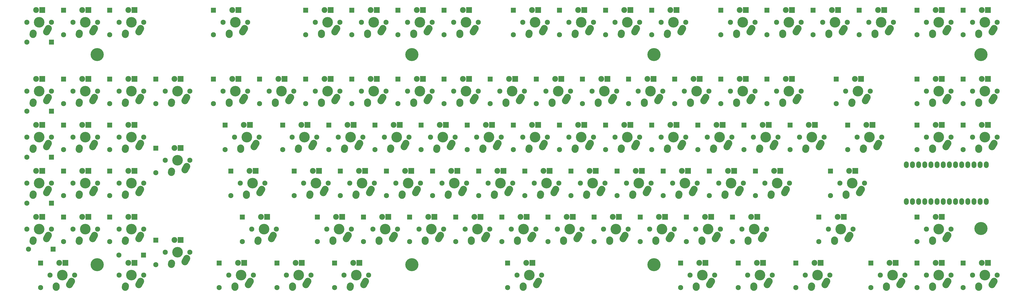
<source format=gts>
G04 #@! TF.FileFunction,Soldermask,Top*
%FSLAX46Y46*%
G04 Gerber Fmt 4.6, Leading zero omitted, Abs format (unit mm)*
G04 Created by KiCad (PCBNEW 4.0.2-stable) date Sunday, June 05, 2016 'AMt' 11:31:22 AM*
%MOMM*%
G01*
G04 APERTURE LIST*
%ADD10C,0.150000*%
%ADD11C,2.099260*%
%ADD12R,2.099260X2.099260*%
%ADD13C,5.400000*%
%ADD14C,4.387810*%
%ADD15C,2.101810*%
%ADD16C,2.900000*%
%ADD17R,2.400000X2.400000*%
%ADD18C,2.400000*%
%ADD19O,2.000000X2.700000*%
G04 APERTURE END LIST*
D10*
D11*
X286277540Y-119460520D03*
D12*
X286277540Y-109300520D03*
D13*
X427000000Y-42000000D03*
X292000000Y-42000000D03*
X292000000Y-129000000D03*
X427000000Y-114000000D03*
X192000000Y-129000000D03*
X192000000Y-42000000D03*
D11*
X419627540Y-138510520D03*
D12*
X419627540Y-128350520D03*
D14*
X428625000Y-133350000D03*
D15*
X433705000Y-133350000D03*
X423545000Y-133350000D03*
D16*
X431624547Y-137349954D02*
X432435453Y-135890046D01*
X426085276Y-138429328D02*
X426124724Y-137850672D01*
D17*
X429895000Y-128270000D03*
D18*
X427355000Y-128270000D03*
D11*
X400577540Y-138510520D03*
D12*
X400577540Y-128350520D03*
D14*
X409575000Y-133350000D03*
D15*
X414655000Y-133350000D03*
X404495000Y-133350000D03*
D16*
X412574547Y-137349954D02*
X413385453Y-135890046D01*
X407035276Y-138429328D02*
X407074724Y-137850672D01*
D17*
X410845000Y-128270000D03*
D18*
X408305000Y-128270000D03*
D11*
X381527540Y-138510520D03*
D12*
X381527540Y-128350520D03*
D14*
X390525000Y-133350000D03*
D15*
X395605000Y-133350000D03*
X385445000Y-133350000D03*
D16*
X393524547Y-137349954D02*
X394335453Y-135890046D01*
X387985276Y-138429328D02*
X388024724Y-137850672D01*
D17*
X391795000Y-128270000D03*
D18*
X389255000Y-128270000D03*
D11*
X350571290Y-138510520D03*
D12*
X350571290Y-128350520D03*
D14*
X359568750Y-133350000D03*
D15*
X364648750Y-133350000D03*
X354488750Y-133350000D03*
D16*
X362568297Y-137349954D02*
X363379203Y-135890046D01*
X357029026Y-138429328D02*
X357068474Y-137850672D01*
D17*
X360838750Y-128270000D03*
D18*
X358298750Y-128270000D03*
D11*
X326758790Y-138510520D03*
D12*
X326758790Y-128350520D03*
D14*
X335756250Y-133350000D03*
D15*
X340836250Y-133350000D03*
X330676250Y-133350000D03*
D16*
X338755797Y-137349954D02*
X339566703Y-135890046D01*
X333216526Y-138429328D02*
X333255974Y-137850672D01*
D17*
X337026250Y-128270000D03*
D18*
X334486250Y-128270000D03*
D11*
X303000000Y-138510520D03*
D12*
X303000000Y-128350520D03*
D14*
X311943750Y-133350000D03*
D15*
X317023750Y-133350000D03*
X306863750Y-133350000D03*
D16*
X314943297Y-137349954D02*
X315754203Y-135890046D01*
X309404026Y-138429328D02*
X309443474Y-137850672D01*
D17*
X313213750Y-128270000D03*
D18*
X310673750Y-128270000D03*
D11*
X231508790Y-138510520D03*
D12*
X231508790Y-128350520D03*
D14*
X240506250Y-133350000D03*
D15*
X245586250Y-133350000D03*
X235426250Y-133350000D03*
D16*
X243505797Y-137349954D02*
X244316703Y-135890046D01*
X237966526Y-138429328D02*
X238005974Y-137850672D01*
D17*
X241776250Y-128270000D03*
D18*
X239236250Y-128270000D03*
D11*
X160071290Y-138510520D03*
D12*
X160071290Y-128350520D03*
D14*
X169068750Y-133350000D03*
D15*
X174148750Y-133350000D03*
X163988750Y-133350000D03*
D16*
X172068297Y-137349954D02*
X172879203Y-135890046D01*
X166529026Y-138429328D02*
X166568474Y-137850672D01*
D17*
X170338750Y-128270000D03*
D18*
X167798750Y-128270000D03*
D11*
X136258790Y-138510520D03*
D12*
X136258790Y-128350520D03*
D14*
X145256250Y-133350000D03*
D15*
X150336250Y-133350000D03*
X140176250Y-133350000D03*
D16*
X148255797Y-137349954D02*
X149066703Y-135890046D01*
X142716526Y-138429328D02*
X142755974Y-137850672D01*
D17*
X146526250Y-128270000D03*
D18*
X143986250Y-128270000D03*
D11*
X112446290Y-138510520D03*
D12*
X112446290Y-128350520D03*
D14*
X121443750Y-133350000D03*
D15*
X126523750Y-133350000D03*
X116363750Y-133350000D03*
D16*
X124443297Y-137349954D02*
X125254203Y-135890046D01*
X118904026Y-138429328D02*
X118943474Y-137850672D01*
D17*
X122713750Y-128270000D03*
D18*
X120173750Y-128270000D03*
D11*
X71000000Y-125000000D03*
D12*
X81160000Y-125000000D03*
D14*
X76200000Y-133350000D03*
D15*
X81280000Y-133350000D03*
X71120000Y-133350000D03*
D16*
X79199547Y-137349954D02*
X80010453Y-135890046D01*
X73660276Y-138429328D02*
X73699724Y-137850672D01*
D17*
X77470000Y-128270000D03*
D18*
X74930000Y-128270000D03*
D11*
X38627540Y-138510520D03*
D12*
X38627540Y-128350520D03*
D14*
X47625000Y-133350000D03*
D15*
X52705000Y-133350000D03*
X42545000Y-133350000D03*
D16*
X50624547Y-137349954D02*
X51435453Y-135890046D01*
X45085276Y-138429328D02*
X45124724Y-137850672D01*
D17*
X48895000Y-128270000D03*
D18*
X46355000Y-128270000D03*
D11*
X400577540Y-119460520D03*
D12*
X400577540Y-109300520D03*
D14*
X409575000Y-114300000D03*
D15*
X414655000Y-114300000D03*
X404495000Y-114300000D03*
D16*
X412574547Y-118299954D02*
X413385453Y-116840046D01*
X407035276Y-119379328D02*
X407074724Y-118800672D01*
D17*
X410845000Y-109220000D03*
D18*
X408305000Y-109220000D03*
D11*
X360096290Y-119460520D03*
D12*
X360096290Y-109300520D03*
D14*
X369093750Y-114300000D03*
D15*
X374173750Y-114300000D03*
X364013750Y-114300000D03*
D16*
X372093297Y-118299954D02*
X372904203Y-116840046D01*
X366554026Y-119379328D02*
X366593474Y-118800672D01*
D17*
X370363750Y-109220000D03*
D18*
X367823750Y-109220000D03*
D11*
X324377540Y-119460520D03*
D12*
X324377540Y-109300520D03*
D14*
X333375000Y-114300000D03*
D15*
X338455000Y-114300000D03*
X328295000Y-114300000D03*
D16*
X336374547Y-118299954D02*
X337185453Y-116840046D01*
X330835276Y-119379328D02*
X330874724Y-118800672D01*
D17*
X334645000Y-109220000D03*
D18*
X332105000Y-109220000D03*
D11*
X305327540Y-119460520D03*
D12*
X305327540Y-109300520D03*
D14*
X314325000Y-114300000D03*
D15*
X319405000Y-114300000D03*
X309245000Y-114300000D03*
D16*
X317324547Y-118299954D02*
X318135453Y-116840046D01*
X311785276Y-119379328D02*
X311824724Y-118800672D01*
D17*
X315595000Y-109220000D03*
D18*
X313055000Y-109220000D03*
D14*
X295275000Y-114300000D03*
D15*
X300355000Y-114300000D03*
X290195000Y-114300000D03*
D16*
X298274547Y-118299954D02*
X299085453Y-116840046D01*
X292735276Y-119379328D02*
X292774724Y-118800672D01*
D17*
X296545000Y-109220000D03*
D18*
X294005000Y-109220000D03*
D11*
X267227540Y-119460520D03*
D12*
X267227540Y-109300520D03*
D14*
X276225000Y-114300000D03*
D15*
X281305000Y-114300000D03*
X271145000Y-114300000D03*
D16*
X279224547Y-118299954D02*
X280035453Y-116840046D01*
X273685276Y-119379328D02*
X273724724Y-118800672D01*
D17*
X277495000Y-109220000D03*
D18*
X274955000Y-109220000D03*
D11*
X248177540Y-119460520D03*
D12*
X248177540Y-109300520D03*
D14*
X257175000Y-114300000D03*
D15*
X262255000Y-114300000D03*
X252095000Y-114300000D03*
D16*
X260174547Y-118299954D02*
X260985453Y-116840046D01*
X254635276Y-119379328D02*
X254674724Y-118800672D01*
D17*
X258445000Y-109220000D03*
D18*
X255905000Y-109220000D03*
D11*
X229127540Y-119460520D03*
D12*
X229127540Y-109300520D03*
D14*
X238125000Y-114300000D03*
D15*
X243205000Y-114300000D03*
X233045000Y-114300000D03*
D16*
X241124547Y-118299954D02*
X241935453Y-116840046D01*
X235585276Y-119379328D02*
X235624724Y-118800672D01*
D17*
X239395000Y-109220000D03*
D18*
X236855000Y-109220000D03*
D11*
X210077540Y-119460520D03*
D12*
X210077540Y-109300520D03*
D14*
X219075000Y-114300000D03*
D15*
X224155000Y-114300000D03*
X213995000Y-114300000D03*
D16*
X222074547Y-118299954D02*
X222885453Y-116840046D01*
X216535276Y-119379328D02*
X216574724Y-118800672D01*
D17*
X220345000Y-109220000D03*
D18*
X217805000Y-109220000D03*
D11*
X191027540Y-119460520D03*
D12*
X191027540Y-109300520D03*
D14*
X200025000Y-114300000D03*
D15*
X205105000Y-114300000D03*
X194945000Y-114300000D03*
D16*
X203024547Y-118299954D02*
X203835453Y-116840046D01*
X197485276Y-119379328D02*
X197524724Y-118800672D01*
D17*
X201295000Y-109220000D03*
D18*
X198755000Y-109220000D03*
D11*
X171977540Y-119460520D03*
D12*
X171977540Y-109300520D03*
D14*
X180975000Y-114300000D03*
D15*
X186055000Y-114300000D03*
X175895000Y-114300000D03*
D16*
X183974547Y-118299954D02*
X184785453Y-116840046D01*
X178435276Y-119379328D02*
X178474724Y-118800672D01*
D17*
X182245000Y-109220000D03*
D18*
X179705000Y-109220000D03*
D11*
X152927540Y-119460520D03*
D12*
X152927540Y-109300520D03*
D14*
X161925000Y-114300000D03*
D15*
X167005000Y-114300000D03*
X156845000Y-114300000D03*
D16*
X164924547Y-118299954D02*
X165735453Y-116840046D01*
X159385276Y-119379328D02*
X159424724Y-118800672D01*
D17*
X163195000Y-109220000D03*
D18*
X160655000Y-109220000D03*
D11*
X121971290Y-119460520D03*
D12*
X121971290Y-109300520D03*
D14*
X130968750Y-114300000D03*
D15*
X136048750Y-114300000D03*
X125888750Y-114300000D03*
D16*
X133968297Y-118299954D02*
X134779203Y-116840046D01*
X128429026Y-119379328D02*
X128468474Y-118800672D01*
D17*
X132238750Y-109220000D03*
D18*
X129698750Y-109220000D03*
D11*
X86252540Y-128985520D03*
D12*
X86252540Y-118825520D03*
D14*
X95250000Y-123825000D03*
D15*
X100330000Y-123825000D03*
X90170000Y-123825000D03*
D16*
X98249547Y-127824954D02*
X99060453Y-126365046D01*
X92710276Y-128904328D02*
X92749724Y-128325672D01*
D17*
X96520000Y-118745000D03*
D18*
X93980000Y-118745000D03*
D11*
X67202540Y-119460520D03*
D12*
X67202540Y-109300520D03*
D14*
X76200000Y-114300000D03*
D15*
X81280000Y-114300000D03*
X71120000Y-114300000D03*
D16*
X79199547Y-118299954D02*
X80010453Y-116840046D01*
X73660276Y-119379328D02*
X73699724Y-118800672D01*
D17*
X77470000Y-109220000D03*
D18*
X74930000Y-109220000D03*
D11*
X48152540Y-119460520D03*
D12*
X48152540Y-109300520D03*
D14*
X57150000Y-114300000D03*
D15*
X62230000Y-114300000D03*
X52070000Y-114300000D03*
D16*
X60149547Y-118299954D02*
X60960453Y-116840046D01*
X54610276Y-119379328D02*
X54649724Y-118800672D01*
D17*
X58420000Y-109220000D03*
D18*
X55880000Y-109220000D03*
D11*
X33655000Y-122555000D03*
D12*
X43815000Y-122555000D03*
D14*
X38100000Y-114300000D03*
D15*
X43180000Y-114300000D03*
X33020000Y-114300000D03*
D16*
X41099547Y-118299954D02*
X41910453Y-116840046D01*
X35560276Y-119379328D02*
X35599724Y-118800672D01*
D17*
X39370000Y-109220000D03*
D18*
X36830000Y-109220000D03*
D11*
X364858790Y-100410520D03*
D12*
X364858790Y-90250520D03*
D14*
X373856250Y-95250000D03*
D15*
X378936250Y-95250000D03*
X368776250Y-95250000D03*
D16*
X376855797Y-99249954D02*
X377666703Y-97790046D01*
X371316526Y-100329328D02*
X371355974Y-99750672D01*
D17*
X375126250Y-90170000D03*
D18*
X372586250Y-90170000D03*
D11*
X333902540Y-100410520D03*
D12*
X333902540Y-90250520D03*
D14*
X342900000Y-95250000D03*
D15*
X347980000Y-95250000D03*
X337820000Y-95250000D03*
D16*
X345899547Y-99249954D02*
X346710453Y-97790046D01*
X340360276Y-100329328D02*
X340399724Y-99750672D01*
D17*
X344170000Y-90170000D03*
D18*
X341630000Y-90170000D03*
D11*
X314852540Y-100410520D03*
D12*
X314852540Y-90250520D03*
D14*
X323850000Y-95250000D03*
D15*
X328930000Y-95250000D03*
X318770000Y-95250000D03*
D16*
X326849547Y-99249954D02*
X327660453Y-97790046D01*
X321310276Y-100329328D02*
X321349724Y-99750672D01*
D17*
X325120000Y-90170000D03*
D18*
X322580000Y-90170000D03*
D11*
X295802540Y-100410520D03*
D12*
X295802540Y-90250520D03*
D14*
X304800000Y-95250000D03*
D15*
X309880000Y-95250000D03*
X299720000Y-95250000D03*
D16*
X307799547Y-99249954D02*
X308610453Y-97790046D01*
X302260276Y-100329328D02*
X302299724Y-99750672D01*
D17*
X306070000Y-90170000D03*
D18*
X303530000Y-90170000D03*
D11*
X276752540Y-100410520D03*
D12*
X276752540Y-90250520D03*
D14*
X285750000Y-95250000D03*
D15*
X290830000Y-95250000D03*
X280670000Y-95250000D03*
D16*
X288749547Y-99249954D02*
X289560453Y-97790046D01*
X283210276Y-100329328D02*
X283249724Y-99750672D01*
D17*
X287020000Y-90170000D03*
D18*
X284480000Y-90170000D03*
D11*
X257702540Y-100410520D03*
D12*
X257702540Y-90250520D03*
D14*
X266700000Y-95250000D03*
D15*
X271780000Y-95250000D03*
X261620000Y-95250000D03*
D16*
X269699547Y-99249954D02*
X270510453Y-97790046D01*
X264160276Y-100329328D02*
X264199724Y-99750672D01*
D17*
X267970000Y-90170000D03*
D18*
X265430000Y-90170000D03*
D11*
X238652540Y-100410520D03*
D12*
X238652540Y-90250520D03*
D14*
X247650000Y-95250000D03*
D15*
X252730000Y-95250000D03*
X242570000Y-95250000D03*
D16*
X250649547Y-99249954D02*
X251460453Y-97790046D01*
X245110276Y-100329328D02*
X245149724Y-99750672D01*
D17*
X248920000Y-90170000D03*
D18*
X246380000Y-90170000D03*
D11*
X219602540Y-100410520D03*
D12*
X219602540Y-90250520D03*
D14*
X228600000Y-95250000D03*
D15*
X233680000Y-95250000D03*
X223520000Y-95250000D03*
D16*
X231599547Y-99249954D02*
X232410453Y-97790046D01*
X226060276Y-100329328D02*
X226099724Y-99750672D01*
D17*
X229870000Y-90170000D03*
D18*
X227330000Y-90170000D03*
D11*
X200552540Y-100410520D03*
D12*
X200552540Y-90250520D03*
D14*
X209550000Y-95250000D03*
D15*
X214630000Y-95250000D03*
X204470000Y-95250000D03*
D16*
X212549547Y-99249954D02*
X213360453Y-97790046D01*
X207010276Y-100329328D02*
X207049724Y-99750672D01*
D17*
X210820000Y-90170000D03*
D18*
X208280000Y-90170000D03*
D11*
X181502540Y-100410520D03*
D12*
X181502540Y-90250520D03*
D14*
X190500000Y-95250000D03*
D15*
X195580000Y-95250000D03*
X185420000Y-95250000D03*
D16*
X193499547Y-99249954D02*
X194310453Y-97790046D01*
X187960276Y-100329328D02*
X187999724Y-99750672D01*
D17*
X191770000Y-90170000D03*
D18*
X189230000Y-90170000D03*
D11*
X162452540Y-100410520D03*
D12*
X162452540Y-90250520D03*
D14*
X171450000Y-95250000D03*
D15*
X176530000Y-95250000D03*
X166370000Y-95250000D03*
D16*
X174449547Y-99249954D02*
X175260453Y-97790046D01*
X168910276Y-100329328D02*
X168949724Y-99750672D01*
D17*
X172720000Y-90170000D03*
D18*
X170180000Y-90170000D03*
D11*
X143402540Y-100410520D03*
D12*
X143402540Y-90250520D03*
D14*
X152400000Y-95250000D03*
D15*
X157480000Y-95250000D03*
X147320000Y-95250000D03*
D16*
X155399547Y-99249954D02*
X156210453Y-97790046D01*
X149860276Y-100329328D02*
X149899724Y-99750672D01*
D17*
X153670000Y-90170000D03*
D18*
X151130000Y-90170000D03*
D11*
X117208790Y-100410520D03*
D12*
X117208790Y-90250520D03*
D14*
X126206250Y-95250000D03*
D15*
X131286250Y-95250000D03*
X121126250Y-95250000D03*
D16*
X129205797Y-99249954D02*
X130016703Y-97790046D01*
X123666526Y-100329328D02*
X123705974Y-99750672D01*
D17*
X127476250Y-90170000D03*
D18*
X124936250Y-90170000D03*
D11*
X67202540Y-100410520D03*
D12*
X67202540Y-90250520D03*
D14*
X76200000Y-95250000D03*
D15*
X81280000Y-95250000D03*
X71120000Y-95250000D03*
D16*
X79199547Y-99249954D02*
X80010453Y-97790046D01*
X73660276Y-100329328D02*
X73699724Y-99750672D01*
D17*
X77470000Y-90170000D03*
D18*
X74930000Y-90170000D03*
D11*
X48152540Y-100410520D03*
D12*
X48152540Y-90250520D03*
D14*
X57150000Y-95250000D03*
D15*
X62230000Y-95250000D03*
X52070000Y-95250000D03*
D16*
X60149547Y-99249954D02*
X60960453Y-97790046D01*
X54610276Y-100329328D02*
X54649724Y-99750672D01*
D17*
X58420000Y-90170000D03*
D18*
X55880000Y-90170000D03*
D11*
X33020000Y-103505000D03*
D12*
X43180000Y-103505000D03*
D14*
X38100000Y-95250000D03*
D15*
X43180000Y-95250000D03*
X33020000Y-95250000D03*
D16*
X41099547Y-99249954D02*
X41910453Y-97790046D01*
X35560276Y-100329328D02*
X35599724Y-99750672D01*
D17*
X39370000Y-90170000D03*
D18*
X36830000Y-90170000D03*
D11*
X419627540Y-81360520D03*
D12*
X419627540Y-71200520D03*
D14*
X428625000Y-76200000D03*
D15*
X433705000Y-76200000D03*
X423545000Y-76200000D03*
D16*
X431624547Y-80199954D02*
X432435453Y-78740046D01*
X426085276Y-81279328D02*
X426124724Y-80700672D01*
D17*
X429895000Y-71120000D03*
D18*
X427355000Y-71120000D03*
D11*
X400577540Y-81360520D03*
D12*
X400577540Y-71200520D03*
D14*
X409575000Y-76200000D03*
D15*
X414655000Y-76200000D03*
X404495000Y-76200000D03*
D16*
X412574547Y-80199954D02*
X413385453Y-78740046D01*
X407035276Y-81279328D02*
X407074724Y-80700672D01*
D17*
X410845000Y-71120000D03*
D18*
X408305000Y-71120000D03*
D11*
X372002540Y-81360520D03*
D12*
X372002540Y-71200520D03*
D14*
X381000000Y-76200000D03*
D15*
X386080000Y-76200000D03*
X375920000Y-76200000D03*
D16*
X383999547Y-80199954D02*
X384810453Y-78740046D01*
X378460276Y-81279328D02*
X378499724Y-80700672D01*
D17*
X382270000Y-71120000D03*
D18*
X379730000Y-71120000D03*
D11*
X348190040Y-81360520D03*
D12*
X348190040Y-71200520D03*
D14*
X357187500Y-76200000D03*
D15*
X362267500Y-76200000D03*
X352107500Y-76200000D03*
D16*
X360187047Y-80199954D02*
X360997953Y-78740046D01*
X354647776Y-81279328D02*
X354687224Y-80700672D01*
D17*
X358457500Y-71120000D03*
D18*
X355917500Y-71120000D03*
D11*
X329140040Y-81360520D03*
D12*
X329140040Y-71200520D03*
D14*
X338137500Y-76200000D03*
D15*
X343217500Y-76200000D03*
X333057500Y-76200000D03*
D16*
X341137047Y-80199954D02*
X341947953Y-78740046D01*
X335597776Y-81279328D02*
X335637224Y-80700672D01*
D17*
X339407500Y-71120000D03*
D18*
X336867500Y-71120000D03*
D11*
X310090040Y-81360520D03*
D12*
X310090040Y-71200520D03*
D14*
X319087500Y-76200000D03*
D15*
X324167500Y-76200000D03*
X314007500Y-76200000D03*
D16*
X322087047Y-80199954D02*
X322897953Y-78740046D01*
X316547776Y-81279328D02*
X316587224Y-80700672D01*
D17*
X320357500Y-71120000D03*
D18*
X317817500Y-71120000D03*
D11*
X291040040Y-81360520D03*
D12*
X291040040Y-71200520D03*
D14*
X300037500Y-76200000D03*
D15*
X305117500Y-76200000D03*
X294957500Y-76200000D03*
D16*
X303037047Y-80199954D02*
X303847953Y-78740046D01*
X297497776Y-81279328D02*
X297537224Y-80700672D01*
D17*
X301307500Y-71120000D03*
D18*
X298767500Y-71120000D03*
D11*
X271990040Y-81360520D03*
D12*
X271990040Y-71200520D03*
D14*
X280987500Y-76200000D03*
D15*
X286067500Y-76200000D03*
X275907500Y-76200000D03*
D16*
X283987047Y-80199954D02*
X284797953Y-78740046D01*
X278447776Y-81279328D02*
X278487224Y-80700672D01*
D17*
X282257500Y-71120000D03*
D18*
X279717500Y-71120000D03*
D11*
X252940040Y-81360520D03*
D12*
X252940040Y-71200520D03*
D14*
X261937500Y-76200000D03*
D15*
X267017500Y-76200000D03*
X256857500Y-76200000D03*
D16*
X264937047Y-80199954D02*
X265747953Y-78740046D01*
X259397776Y-81279328D02*
X259437224Y-80700672D01*
D17*
X263207500Y-71120000D03*
D18*
X260667500Y-71120000D03*
D11*
X233890040Y-81360520D03*
D12*
X233890040Y-71200520D03*
D14*
X242887500Y-76200000D03*
D15*
X247967500Y-76200000D03*
X237807500Y-76200000D03*
D16*
X245887047Y-80199954D02*
X246697953Y-78740046D01*
X240347776Y-81279328D02*
X240387224Y-80700672D01*
D17*
X244157500Y-71120000D03*
D18*
X241617500Y-71120000D03*
D11*
X214840040Y-81360520D03*
D12*
X214840040Y-71200520D03*
D14*
X223837500Y-76200000D03*
D15*
X228917500Y-76200000D03*
X218757500Y-76200000D03*
D16*
X226837047Y-80199954D02*
X227647953Y-78740046D01*
X221297776Y-81279328D02*
X221337224Y-80700672D01*
D17*
X225107500Y-71120000D03*
D18*
X222567500Y-71120000D03*
D11*
X195790040Y-81360520D03*
D12*
X195790040Y-71200520D03*
D14*
X204787500Y-76200000D03*
D15*
X209867500Y-76200000D03*
X199707500Y-76200000D03*
D16*
X207787047Y-80199954D02*
X208597953Y-78740046D01*
X202247776Y-81279328D02*
X202287224Y-80700672D01*
D17*
X206057500Y-71120000D03*
D18*
X203517500Y-71120000D03*
D11*
X176740040Y-81360520D03*
D12*
X176740040Y-71200520D03*
D14*
X185737500Y-76200000D03*
D15*
X190817500Y-76200000D03*
X180657500Y-76200000D03*
D16*
X188737047Y-80199954D02*
X189547953Y-78740046D01*
X183197776Y-81279328D02*
X183237224Y-80700672D01*
D17*
X187007500Y-71120000D03*
D18*
X184467500Y-71120000D03*
D11*
X157690040Y-81360520D03*
D12*
X157690040Y-71200520D03*
D14*
X166687500Y-76200000D03*
D15*
X171767500Y-76200000D03*
X161607500Y-76200000D03*
D16*
X169687047Y-80199954D02*
X170497953Y-78740046D01*
X164147776Y-81279328D02*
X164187224Y-80700672D01*
D17*
X167957500Y-71120000D03*
D18*
X165417500Y-71120000D03*
D11*
X138640040Y-81360520D03*
D12*
X138640040Y-71200520D03*
D14*
X147637500Y-76200000D03*
D15*
X152717500Y-76200000D03*
X142557500Y-76200000D03*
D16*
X150637047Y-80199954D02*
X151447953Y-78740046D01*
X145097776Y-81279328D02*
X145137224Y-80700672D01*
D17*
X148907500Y-71120000D03*
D18*
X146367500Y-71120000D03*
D11*
X114827540Y-81360520D03*
D12*
X114827540Y-71200520D03*
D14*
X123825000Y-76200000D03*
D15*
X128905000Y-76200000D03*
X118745000Y-76200000D03*
D16*
X126824547Y-80199954D02*
X127635453Y-78740046D01*
X121285276Y-81279328D02*
X121324724Y-80700672D01*
D17*
X125095000Y-71120000D03*
D18*
X122555000Y-71120000D03*
D11*
X86252540Y-90885520D03*
D12*
X86252540Y-80725520D03*
D14*
X95250000Y-85725000D03*
D15*
X100330000Y-85725000D03*
X90170000Y-85725000D03*
D16*
X98249547Y-89724954D02*
X99060453Y-88265046D01*
X92710276Y-90804328D02*
X92749724Y-90225672D01*
D17*
X96520000Y-80645000D03*
D18*
X93980000Y-80645000D03*
D11*
X67202540Y-81360520D03*
D12*
X67202540Y-71200520D03*
D14*
X76200000Y-76200000D03*
D15*
X81280000Y-76200000D03*
X71120000Y-76200000D03*
D16*
X79199547Y-80199954D02*
X80010453Y-78740046D01*
X73660276Y-81279328D02*
X73699724Y-80700672D01*
D17*
X77470000Y-71120000D03*
D18*
X74930000Y-71120000D03*
D11*
X48152540Y-81360520D03*
D12*
X48152540Y-71200520D03*
D14*
X57150000Y-76200000D03*
D15*
X62230000Y-76200000D03*
X52070000Y-76200000D03*
D16*
X60149547Y-80199954D02*
X60960453Y-78740046D01*
X54610276Y-81279328D02*
X54649724Y-80700672D01*
D17*
X58420000Y-71120000D03*
D18*
X55880000Y-71120000D03*
D11*
X33020000Y-84455000D03*
D12*
X43180000Y-84455000D03*
D14*
X38100000Y-76200000D03*
D15*
X43180000Y-76200000D03*
X33020000Y-76200000D03*
D16*
X41099547Y-80199954D02*
X41910453Y-78740046D01*
X35560276Y-81279328D02*
X35599724Y-80700672D01*
D17*
X39370000Y-71120000D03*
D18*
X36830000Y-71120000D03*
D11*
X419627540Y-62310520D03*
D12*
X419627540Y-52150520D03*
D14*
X428625000Y-57150000D03*
D15*
X433705000Y-57150000D03*
X423545000Y-57150000D03*
D16*
X431624547Y-61149954D02*
X432435453Y-59690046D01*
X426085276Y-62229328D02*
X426124724Y-61650672D01*
D17*
X429895000Y-52070000D03*
D18*
X427355000Y-52070000D03*
D11*
X400577540Y-62310520D03*
D12*
X400577540Y-52150520D03*
D14*
X409575000Y-57150000D03*
D15*
X414655000Y-57150000D03*
X404495000Y-57150000D03*
D16*
X412574547Y-61149954D02*
X413385453Y-59690046D01*
X407035276Y-62229328D02*
X407074724Y-61650672D01*
D17*
X410845000Y-52070000D03*
D18*
X408305000Y-52070000D03*
D11*
X367240040Y-62310520D03*
D12*
X367240040Y-52150520D03*
D14*
X376237500Y-57150000D03*
D15*
X381317500Y-57150000D03*
X371157500Y-57150000D03*
D16*
X379237047Y-61149954D02*
X380047953Y-59690046D01*
X373697776Y-62229328D02*
X373737224Y-61650672D01*
D17*
X377507500Y-52070000D03*
D18*
X374967500Y-52070000D03*
D11*
X338665040Y-62310520D03*
D12*
X338665040Y-52150520D03*
D14*
X347662500Y-57150000D03*
D15*
X352742500Y-57150000D03*
X342582500Y-57150000D03*
D16*
X350662047Y-61149954D02*
X351472953Y-59690046D01*
X345122776Y-62229328D02*
X345162224Y-61650672D01*
D17*
X348932500Y-52070000D03*
D18*
X346392500Y-52070000D03*
D11*
X319615040Y-62310520D03*
D12*
X319615040Y-52150520D03*
D14*
X328612500Y-57150000D03*
D15*
X333692500Y-57150000D03*
X323532500Y-57150000D03*
D16*
X331612047Y-61149954D02*
X332422953Y-59690046D01*
X326072776Y-62229328D02*
X326112224Y-61650672D01*
D17*
X329882500Y-52070000D03*
D18*
X327342500Y-52070000D03*
D11*
X300565040Y-62310520D03*
D12*
X300565040Y-52150520D03*
D14*
X309562500Y-57150000D03*
D15*
X314642500Y-57150000D03*
X304482500Y-57150000D03*
D16*
X312562047Y-61149954D02*
X313372953Y-59690046D01*
X307022776Y-62229328D02*
X307062224Y-61650672D01*
D17*
X310832500Y-52070000D03*
D18*
X308292500Y-52070000D03*
D11*
X281515040Y-62310520D03*
D12*
X281515040Y-52150520D03*
D14*
X290512500Y-57150000D03*
D15*
X295592500Y-57150000D03*
X285432500Y-57150000D03*
D16*
X293512047Y-61149954D02*
X294322953Y-59690046D01*
X287972776Y-62229328D02*
X288012224Y-61650672D01*
D17*
X291782500Y-52070000D03*
D18*
X289242500Y-52070000D03*
D11*
X262465040Y-62310520D03*
D12*
X262465040Y-52150520D03*
D14*
X271462500Y-57150000D03*
D15*
X276542500Y-57150000D03*
X266382500Y-57150000D03*
D16*
X274462047Y-61149954D02*
X275272953Y-59690046D01*
X268922776Y-62229328D02*
X268962224Y-61650672D01*
D17*
X272732500Y-52070000D03*
D18*
X270192500Y-52070000D03*
D11*
X243415040Y-62310520D03*
D12*
X243415040Y-52150520D03*
D14*
X252412500Y-57150000D03*
D15*
X257492500Y-57150000D03*
X247332500Y-57150000D03*
D16*
X255412047Y-61149954D02*
X256222953Y-59690046D01*
X249872776Y-62229328D02*
X249912224Y-61650672D01*
D17*
X253682500Y-52070000D03*
D18*
X251142500Y-52070000D03*
D11*
X224365040Y-62310520D03*
D12*
X224365040Y-52150520D03*
D14*
X233362500Y-57150000D03*
D15*
X238442500Y-57150000D03*
X228282500Y-57150000D03*
D16*
X236362047Y-61149954D02*
X237172953Y-59690046D01*
X230822776Y-62229328D02*
X230862224Y-61650672D01*
D17*
X234632500Y-52070000D03*
D18*
X232092500Y-52070000D03*
D11*
X205315040Y-62310520D03*
D12*
X205315040Y-52150520D03*
D14*
X214312500Y-57150000D03*
D15*
X219392500Y-57150000D03*
X209232500Y-57150000D03*
D16*
X217312047Y-61149954D02*
X218122953Y-59690046D01*
X211772776Y-62229328D02*
X211812224Y-61650672D01*
D17*
X215582500Y-52070000D03*
D18*
X213042500Y-52070000D03*
D11*
X186265040Y-62310520D03*
D12*
X186265040Y-52150520D03*
D14*
X195262500Y-57150000D03*
D15*
X200342500Y-57150000D03*
X190182500Y-57150000D03*
D16*
X198262047Y-61149954D02*
X199072953Y-59690046D01*
X192722776Y-62229328D02*
X192762224Y-61650672D01*
D17*
X196532500Y-52070000D03*
D18*
X193992500Y-52070000D03*
D11*
X167215040Y-62310520D03*
D12*
X167215040Y-52150520D03*
D14*
X176212500Y-57150000D03*
D15*
X181292500Y-57150000D03*
X171132500Y-57150000D03*
D16*
X179212047Y-61149954D02*
X180022953Y-59690046D01*
X173672776Y-62229328D02*
X173712224Y-61650672D01*
D17*
X177482500Y-52070000D03*
D18*
X174942500Y-52070000D03*
D11*
X148165040Y-62310520D03*
D12*
X148165040Y-52150520D03*
D14*
X157162500Y-57150000D03*
D15*
X162242500Y-57150000D03*
X152082500Y-57150000D03*
D16*
X160162047Y-61149954D02*
X160972953Y-59690046D01*
X154622776Y-62229328D02*
X154662224Y-61650672D01*
D17*
X158432500Y-52070000D03*
D18*
X155892500Y-52070000D03*
D11*
X129115040Y-62310520D03*
D12*
X129115040Y-52150520D03*
D14*
X138112500Y-57150000D03*
D15*
X143192500Y-57150000D03*
X133032500Y-57150000D03*
D16*
X141112047Y-61149954D02*
X141922953Y-59690046D01*
X135572776Y-62229328D02*
X135612224Y-61650672D01*
D17*
X139382500Y-52070000D03*
D18*
X136842500Y-52070000D03*
D11*
X110065040Y-62310520D03*
D12*
X110065040Y-52150520D03*
D14*
X119062500Y-57150000D03*
D15*
X124142500Y-57150000D03*
X113982500Y-57150000D03*
D16*
X122062047Y-61149954D02*
X122872953Y-59690046D01*
X116522776Y-62229328D02*
X116562224Y-61650672D01*
D17*
X120332500Y-52070000D03*
D18*
X117792500Y-52070000D03*
D11*
X86252540Y-62310520D03*
D12*
X86252540Y-52150520D03*
D14*
X95250000Y-57150000D03*
D15*
X100330000Y-57150000D03*
X90170000Y-57150000D03*
D16*
X98249547Y-61149954D02*
X99060453Y-59690046D01*
X92710276Y-62229328D02*
X92749724Y-61650672D01*
D17*
X96520000Y-52070000D03*
D18*
X93980000Y-52070000D03*
D11*
X67202540Y-62310520D03*
D12*
X67202540Y-52150520D03*
D14*
X76200000Y-57150000D03*
D15*
X81280000Y-57150000D03*
X71120000Y-57150000D03*
D16*
X79199547Y-61149954D02*
X80010453Y-59690046D01*
X73660276Y-62229328D02*
X73699724Y-61650672D01*
D17*
X77470000Y-52070000D03*
D18*
X74930000Y-52070000D03*
D11*
X48152540Y-62310520D03*
D12*
X48152540Y-52150520D03*
D14*
X57150000Y-57150000D03*
D15*
X62230000Y-57150000D03*
X52070000Y-57150000D03*
D16*
X60149547Y-61149954D02*
X60960453Y-59690046D01*
X54610276Y-62229328D02*
X54649724Y-61650672D01*
D17*
X58420000Y-52070000D03*
D18*
X55880000Y-52070000D03*
D11*
X33020000Y-65405000D03*
D12*
X43180000Y-65405000D03*
D14*
X38100000Y-57150000D03*
D15*
X43180000Y-57150000D03*
X33020000Y-57150000D03*
D16*
X41099547Y-61149954D02*
X41910453Y-59690046D01*
X35560276Y-62229328D02*
X35599724Y-61650672D01*
D17*
X39370000Y-52070000D03*
D18*
X36830000Y-52070000D03*
D11*
X419627540Y-33735520D03*
D12*
X419627540Y-23575520D03*
D14*
X428625000Y-28575000D03*
D15*
X433705000Y-28575000D03*
X423545000Y-28575000D03*
D16*
X431624547Y-32574954D02*
X432435453Y-31115046D01*
X426085276Y-33654328D02*
X426124724Y-33075672D01*
D17*
X429895000Y-23495000D03*
D18*
X427355000Y-23495000D03*
D11*
X400577540Y-33735520D03*
D12*
X400577540Y-23575520D03*
D14*
X409575000Y-28575000D03*
D15*
X414655000Y-28575000D03*
X404495000Y-28575000D03*
D16*
X412574547Y-32574954D02*
X413385453Y-31115046D01*
X407035276Y-33654328D02*
X407074724Y-33075672D01*
D17*
X410845000Y-23495000D03*
D18*
X408305000Y-23495000D03*
D11*
X376765040Y-33735520D03*
D12*
X376765040Y-23575520D03*
D14*
X385762500Y-28575000D03*
D15*
X390842500Y-28575000D03*
X380682500Y-28575000D03*
D16*
X388762047Y-32574954D02*
X389572953Y-31115046D01*
X383222776Y-33654328D02*
X383262224Y-33075672D01*
D17*
X387032500Y-23495000D03*
D18*
X384492500Y-23495000D03*
D11*
X357715040Y-33735520D03*
D12*
X357715040Y-23575520D03*
D14*
X366712500Y-28575000D03*
D15*
X371792500Y-28575000D03*
X361632500Y-28575000D03*
D16*
X369712047Y-32574954D02*
X370522953Y-31115046D01*
X364172776Y-33654328D02*
X364212224Y-33075672D01*
D17*
X367982500Y-23495000D03*
D18*
X365442500Y-23495000D03*
D11*
X338665040Y-33735520D03*
D12*
X338665040Y-23575520D03*
D14*
X347662500Y-28575000D03*
D15*
X352742500Y-28575000D03*
X342582500Y-28575000D03*
D16*
X350662047Y-32574954D02*
X351472953Y-31115046D01*
X345122776Y-33654328D02*
X345162224Y-33075672D01*
D17*
X348932500Y-23495000D03*
D18*
X346392500Y-23495000D03*
D11*
X319615040Y-33735520D03*
D12*
X319615040Y-23575520D03*
D14*
X328612500Y-28575000D03*
D15*
X333692500Y-28575000D03*
X323532500Y-28575000D03*
D16*
X331612047Y-32574954D02*
X332422953Y-31115046D01*
X326072776Y-33654328D02*
X326112224Y-33075672D01*
D17*
X329882500Y-23495000D03*
D18*
X327342500Y-23495000D03*
D11*
X291040040Y-33735520D03*
D12*
X291040040Y-23575520D03*
D14*
X300037500Y-28575000D03*
D15*
X305117500Y-28575000D03*
X294957500Y-28575000D03*
D16*
X303037047Y-32574954D02*
X303847953Y-31115046D01*
X297497776Y-33654328D02*
X297537224Y-33075672D01*
D17*
X301307500Y-23495000D03*
D18*
X298767500Y-23495000D03*
D11*
X271990040Y-33735520D03*
D12*
X271990040Y-23575520D03*
D14*
X280987500Y-28575000D03*
D15*
X286067500Y-28575000D03*
X275907500Y-28575000D03*
D16*
X283987047Y-32574954D02*
X284797953Y-31115046D01*
X278447776Y-33654328D02*
X278487224Y-33075672D01*
D17*
X282257500Y-23495000D03*
D18*
X279717500Y-23495000D03*
D11*
X252940040Y-33735520D03*
D12*
X252940040Y-23575520D03*
D14*
X261937500Y-28575000D03*
D15*
X267017500Y-28575000D03*
X256857500Y-28575000D03*
D16*
X264937047Y-32574954D02*
X265747953Y-31115046D01*
X259397776Y-33654328D02*
X259437224Y-33075672D01*
D17*
X263207500Y-23495000D03*
D18*
X260667500Y-23495000D03*
D11*
X233890040Y-33735520D03*
D12*
X233890040Y-23575520D03*
D14*
X242887500Y-28575000D03*
D15*
X247967500Y-28575000D03*
X237807500Y-28575000D03*
D16*
X245887047Y-32574954D02*
X246697953Y-31115046D01*
X240347776Y-33654328D02*
X240387224Y-33075672D01*
D17*
X244157500Y-23495000D03*
D18*
X241617500Y-23495000D03*
D11*
X205315040Y-33735520D03*
D12*
X205315040Y-23575520D03*
D14*
X214312500Y-28575000D03*
D15*
X219392500Y-28575000D03*
X209232500Y-28575000D03*
D16*
X217312047Y-32574954D02*
X218122953Y-31115046D01*
X211772776Y-33654328D02*
X211812224Y-33075672D01*
D17*
X215582500Y-23495000D03*
D18*
X213042500Y-23495000D03*
D11*
X186265040Y-33735520D03*
D12*
X186265040Y-23575520D03*
D14*
X195262500Y-28575000D03*
D15*
X200342500Y-28575000D03*
X190182500Y-28575000D03*
D16*
X198262047Y-32574954D02*
X199072953Y-31115046D01*
X192722776Y-33654328D02*
X192762224Y-33075672D01*
D17*
X196532500Y-23495000D03*
D18*
X193992500Y-23495000D03*
D11*
X167215040Y-33735520D03*
D12*
X167215040Y-23575520D03*
D14*
X176212500Y-28575000D03*
D15*
X181292500Y-28575000D03*
X171132500Y-28575000D03*
D16*
X179212047Y-32574954D02*
X180022953Y-31115046D01*
X173672776Y-33654328D02*
X173712224Y-33075672D01*
D17*
X177482500Y-23495000D03*
D18*
X174942500Y-23495000D03*
D11*
X148165040Y-33735520D03*
D12*
X148165040Y-23575520D03*
D14*
X157162500Y-28575000D03*
D15*
X162242500Y-28575000D03*
X152082500Y-28575000D03*
D16*
X160162047Y-32574954D02*
X160972953Y-31115046D01*
X154622776Y-33654328D02*
X154662224Y-33075672D01*
D17*
X158432500Y-23495000D03*
D18*
X155892500Y-23495000D03*
D11*
X110065040Y-33735520D03*
D12*
X110065040Y-23575520D03*
D14*
X119062500Y-28575000D03*
D15*
X124142500Y-28575000D03*
X113982500Y-28575000D03*
D16*
X122062047Y-32574954D02*
X122872953Y-31115046D01*
X116522776Y-33654328D02*
X116562224Y-33075672D01*
D17*
X120332500Y-23495000D03*
D18*
X117792500Y-23495000D03*
D11*
X67202540Y-33735520D03*
D12*
X67202540Y-23575520D03*
D14*
X76200000Y-28575000D03*
D15*
X81280000Y-28575000D03*
X71120000Y-28575000D03*
D16*
X79199547Y-32574954D02*
X80010453Y-31115046D01*
X73660276Y-33654328D02*
X73699724Y-33075672D01*
D17*
X77470000Y-23495000D03*
D18*
X74930000Y-23495000D03*
D11*
X48152540Y-33735520D03*
D12*
X48152540Y-23575520D03*
D14*
X57150000Y-28575000D03*
D15*
X62230000Y-28575000D03*
X52070000Y-28575000D03*
D16*
X60149547Y-32574954D02*
X60960453Y-31115046D01*
X54610276Y-33654328D02*
X54649724Y-33075672D01*
D17*
X58420000Y-23495000D03*
D18*
X55880000Y-23495000D03*
D11*
X33020000Y-36830000D03*
D12*
X43180000Y-36830000D03*
D14*
X38100000Y-28575000D03*
D15*
X43180000Y-28575000D03*
X33020000Y-28575000D03*
D16*
X41099547Y-32574954D02*
X41910453Y-31115046D01*
X35560276Y-33654328D02*
X35599724Y-33075672D01*
D17*
X39370000Y-23495000D03*
D18*
X36830000Y-23495000D03*
D19*
X396240000Y-102870000D03*
X398780000Y-102870000D03*
X401320000Y-102870000D03*
X403860000Y-102870000D03*
X406400000Y-102870000D03*
X408940000Y-102870000D03*
X411480000Y-102870000D03*
X414020000Y-102870000D03*
X416560000Y-102870000D03*
X419100000Y-102870000D03*
X421640000Y-102870000D03*
X424180000Y-102870000D03*
X426720000Y-102870000D03*
X429260000Y-102870000D03*
X429260000Y-87630000D03*
X426720000Y-87630000D03*
X424180000Y-87630000D03*
X421640000Y-87630000D03*
X419100000Y-87630000D03*
X416560000Y-87630000D03*
X414020000Y-87630000D03*
X411480000Y-87630000D03*
X408940000Y-87630000D03*
X406400000Y-87630000D03*
X403860000Y-87630000D03*
X401320000Y-87630000D03*
X398780000Y-87630000D03*
X396240000Y-87630000D03*
D13*
X62000000Y-129000000D03*
X62000000Y-42000000D03*
M02*

</source>
